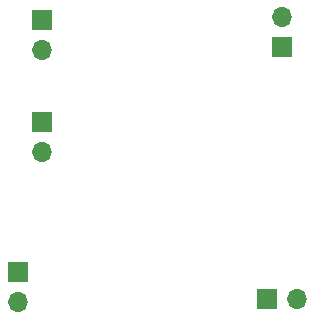
<source format=gbr>
%TF.GenerationSoftware,KiCad,Pcbnew,7.0.8-7.0.8~ubuntu22.04.1*%
%TF.CreationDate,2023-10-15T23:00:33+01:00*%
%TF.ProjectId,jfet-555-bypass,6a666574-2d35-4353-952d-627970617373,rev?*%
%TF.SameCoordinates,Original*%
%TF.FileFunction,Soldermask,Bot*%
%TF.FilePolarity,Negative*%
%FSLAX46Y46*%
G04 Gerber Fmt 4.6, Leading zero omitted, Abs format (unit mm)*
G04 Created by KiCad (PCBNEW 7.0.8-7.0.8~ubuntu22.04.1) date 2023-10-15 23:00:33*
%MOMM*%
%LPD*%
G01*
G04 APERTURE LIST*
%ADD10R,1.700000X1.700000*%
%ADD11O,1.700000X1.700000*%
G04 APERTURE END LIST*
D10*
%TO.C,J6*%
X132080000Y-36830000D03*
D11*
X132080000Y-39370000D03*
%TD*%
D10*
%TO.C,J5*%
X132080000Y-28194000D03*
D11*
X132080000Y-30734000D03*
%TD*%
%TO.C,J4*%
X130048000Y-52065000D03*
D10*
X130048000Y-49525000D03*
%TD*%
%TO.C,J1*%
X151130000Y-51816000D03*
D11*
X153670000Y-51816000D03*
%TD*%
D10*
%TO.C,J3*%
X152400000Y-30480000D03*
D11*
X152400000Y-27940000D03*
%TD*%
M02*

</source>
